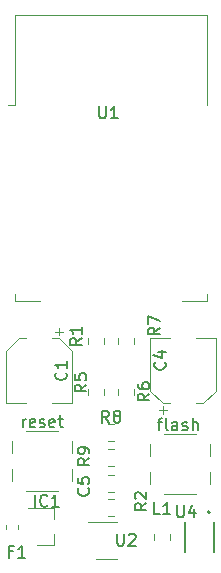
<source format=gbr>
G04 #@! TF.GenerationSoftware,KiCad,Pcbnew,(5.0.0)*
G04 #@! TF.CreationDate,2019-07-27T01:42:12+02:00*
G04 #@! TF.ProjectId,v3,76332E6B696361645F70636200000000,rev?*
G04 #@! TF.SameCoordinates,Original*
G04 #@! TF.FileFunction,Legend,Top*
G04 #@! TF.FilePolarity,Positive*
%FSLAX46Y46*%
G04 Gerber Fmt 4.6, Leading zero omitted, Abs format (unit mm)*
G04 Created by KiCad (PCBNEW (5.0.0)) date 07/27/19 01:42:12*
%MOMM*%
%LPD*%
G01*
G04 APERTURE LIST*
%ADD10C,0.120000*%
%ADD11C,0.127000*%
%ADD12C,0.200000*%
%ADD13C,0.150000*%
G04 APERTURE END LIST*
D10*
G04 #@! TO.C,C1*
X143348500Y-69966500D02*
X142723500Y-69966500D01*
X143036000Y-69654000D02*
X143036000Y-70279000D01*
X139655437Y-70519000D02*
X138591000Y-71583437D01*
X143046563Y-70519000D02*
X144111000Y-71583437D01*
X143046563Y-70519000D02*
X142411000Y-70519000D01*
X139655437Y-70519000D02*
X140291000Y-70519000D01*
X138591000Y-71583437D02*
X138591000Y-76039000D01*
X144111000Y-71583437D02*
X144111000Y-76039000D01*
X144111000Y-76039000D02*
X142411000Y-76039000D01*
X138591000Y-76039000D02*
X140291000Y-76039000D01*
G04 #@! TO.C,C4*
X156303000Y-70519000D02*
X154603000Y-70519000D01*
X150783000Y-70519000D02*
X152483000Y-70519000D01*
X150783000Y-74974563D02*
X150783000Y-70519000D01*
X156303000Y-74974563D02*
X156303000Y-70519000D01*
X155238563Y-76039000D02*
X154603000Y-76039000D01*
X151847437Y-76039000D02*
X152483000Y-76039000D01*
X151847437Y-76039000D02*
X150783000Y-74974563D01*
X155238563Y-76039000D02*
X156303000Y-74974563D01*
X151858000Y-76904000D02*
X151858000Y-76279000D01*
X151545500Y-76591500D02*
X152170500Y-76591500D01*
G04 #@! TO.C,C5*
X147185748Y-82094000D02*
X147708252Y-82094000D01*
X147185748Y-83514000D02*
X147708252Y-83514000D01*
G04 #@! TO.C,F1*
X139575000Y-86315733D02*
X139575000Y-86658267D01*
X138555000Y-86315733D02*
X138555000Y-86658267D01*
G04 #@! TO.C,IC1*
X142619000Y-88067000D02*
X142619000Y-87137000D01*
X142619000Y-84907000D02*
X142619000Y-85837000D01*
X142619000Y-84907000D02*
X140459000Y-84907000D01*
X142619000Y-88067000D02*
X141159000Y-88067000D01*
G04 #@! TO.C,L1*
X152475000Y-87114748D02*
X152475000Y-87637252D01*
X151055000Y-87114748D02*
X151055000Y-87637252D01*
G04 #@! TO.C,R1*
X146887000Y-70477748D02*
X146887000Y-71000252D01*
X145467000Y-70477748D02*
X145467000Y-71000252D01*
G04 #@! TO.C,R2*
X147708252Y-84126000D02*
X147185748Y-84126000D01*
X147708252Y-85546000D02*
X147185748Y-85546000D01*
G04 #@! TO.C,R5*
X146887000Y-74795748D02*
X146887000Y-75318252D01*
X145467000Y-74795748D02*
X145467000Y-75318252D01*
G04 #@! TO.C,R6*
X149427000Y-75318252D02*
X149427000Y-74795748D01*
X148007000Y-75318252D02*
X148007000Y-74795748D01*
G04 #@! TO.C,R7*
X149427000Y-70477748D02*
X149427000Y-71000252D01*
X148007000Y-70477748D02*
X148007000Y-71000252D01*
G04 #@! TO.C,R8*
X147185748Y-77776000D02*
X147708252Y-77776000D01*
X147185748Y-79196000D02*
X147708252Y-79196000D01*
G04 #@! TO.C,R9*
X147185748Y-81355000D02*
X147708252Y-81355000D01*
X147185748Y-79935000D02*
X147708252Y-79935000D01*
G04 #@! TO.C,reset*
X139055000Y-79199000D02*
X139055000Y-80224000D01*
X140230000Y-78349000D02*
X142980000Y-78349000D01*
X140230000Y-83449000D02*
X142980000Y-83449000D01*
X139055000Y-81574000D02*
X139055000Y-82599000D01*
X144155000Y-79199000D02*
X144155000Y-80224000D01*
X144155000Y-81574000D02*
X144155000Y-82599000D01*
G04 #@! TO.C,flash*
X155839000Y-81828000D02*
X155839000Y-82853000D01*
X155839000Y-79453000D02*
X155839000Y-80478000D01*
X150739000Y-81828000D02*
X150739000Y-82853000D01*
X151914000Y-83703000D02*
X154664000Y-83703000D01*
X151914000Y-78603000D02*
X154664000Y-78603000D01*
X150739000Y-79453000D02*
X150739000Y-80478000D01*
G04 #@! TO.C,U1*
X139327000Y-43125000D02*
X155567000Y-43125000D01*
X155567000Y-43125000D02*
X155567000Y-50745000D01*
X155567000Y-66745000D02*
X155567000Y-67365000D01*
X155567000Y-67365000D02*
X153447000Y-67365000D01*
X141447000Y-67365000D02*
X139327000Y-67365000D01*
X139327000Y-67365000D02*
X139327000Y-66745000D01*
X139327000Y-50745000D02*
X139327000Y-43125000D01*
X139327000Y-50745000D02*
X138717000Y-50745000D01*
G04 #@! TO.C,U2*
X146186000Y-89190000D02*
X147946000Y-89190000D01*
X147946000Y-86120000D02*
X145516000Y-86120000D01*
D11*
G04 #@! TO.C,U4*
X156190000Y-86126000D02*
X156190000Y-88626000D01*
X153690000Y-86126000D02*
X153690000Y-88626000D01*
D12*
X155860000Y-85276000D02*
G75*
G03X155860000Y-85276000I-120000J0D01*
G01*
G04 #@! TO.C,C1*
D13*
X143613142Y-73445666D02*
X143660761Y-73493285D01*
X143708380Y-73636142D01*
X143708380Y-73731380D01*
X143660761Y-73874238D01*
X143565523Y-73969476D01*
X143470285Y-74017095D01*
X143279809Y-74064714D01*
X143136952Y-74064714D01*
X142946476Y-74017095D01*
X142851238Y-73969476D01*
X142756000Y-73874238D01*
X142708380Y-73731380D01*
X142708380Y-73636142D01*
X142756000Y-73493285D01*
X142803619Y-73445666D01*
X143708380Y-72493285D02*
X143708380Y-73064714D01*
X143708380Y-72779000D02*
X142708380Y-72779000D01*
X142851238Y-72874238D01*
X142946476Y-72969476D01*
X142994095Y-73064714D01*
G04 #@! TO.C,C4*
X151995142Y-72556666D02*
X152042761Y-72604285D01*
X152090380Y-72747142D01*
X152090380Y-72842380D01*
X152042761Y-72985238D01*
X151947523Y-73080476D01*
X151852285Y-73128095D01*
X151661809Y-73175714D01*
X151518952Y-73175714D01*
X151328476Y-73128095D01*
X151233238Y-73080476D01*
X151138000Y-72985238D01*
X151090380Y-72842380D01*
X151090380Y-72747142D01*
X151138000Y-72604285D01*
X151185619Y-72556666D01*
X151423714Y-71699523D02*
X152090380Y-71699523D01*
X151042761Y-71937619D02*
X151757047Y-72175714D01*
X151757047Y-71556666D01*
G04 #@! TO.C,C5*
X145518142Y-83224666D02*
X145565761Y-83272285D01*
X145613380Y-83415142D01*
X145613380Y-83510380D01*
X145565761Y-83653238D01*
X145470523Y-83748476D01*
X145375285Y-83796095D01*
X145184809Y-83843714D01*
X145041952Y-83843714D01*
X144851476Y-83796095D01*
X144756238Y-83748476D01*
X144661000Y-83653238D01*
X144613380Y-83510380D01*
X144613380Y-83415142D01*
X144661000Y-83272285D01*
X144708619Y-83224666D01*
X144613380Y-82319904D02*
X144613380Y-82796095D01*
X145089571Y-82843714D01*
X145041952Y-82796095D01*
X144994333Y-82700857D01*
X144994333Y-82462761D01*
X145041952Y-82367523D01*
X145089571Y-82319904D01*
X145184809Y-82272285D01*
X145422904Y-82272285D01*
X145518142Y-82319904D01*
X145565761Y-82367523D01*
X145613380Y-82462761D01*
X145613380Y-82700857D01*
X145565761Y-82796095D01*
X145518142Y-82843714D01*
G04 #@! TO.C,F1*
X139112666Y-88574571D02*
X138779333Y-88574571D01*
X138779333Y-89098380D02*
X138779333Y-88098380D01*
X139255523Y-88098380D01*
X140160285Y-89098380D02*
X139588857Y-89098380D01*
X139874571Y-89098380D02*
X139874571Y-88098380D01*
X139779333Y-88241238D01*
X139684095Y-88336476D01*
X139588857Y-88384095D01*
G04 #@! TO.C,IC1*
X141009809Y-84780380D02*
X141009809Y-83780380D01*
X142057428Y-84685142D02*
X142009809Y-84732761D01*
X141866952Y-84780380D01*
X141771714Y-84780380D01*
X141628857Y-84732761D01*
X141533619Y-84637523D01*
X141486000Y-84542285D01*
X141438380Y-84351809D01*
X141438380Y-84208952D01*
X141486000Y-84018476D01*
X141533619Y-83923238D01*
X141628857Y-83828000D01*
X141771714Y-83780380D01*
X141866952Y-83780380D01*
X142009809Y-83828000D01*
X142057428Y-83875619D01*
X143009809Y-84780380D02*
X142438380Y-84780380D01*
X142724095Y-84780380D02*
X142724095Y-83780380D01*
X142628857Y-83923238D01*
X142533619Y-84018476D01*
X142438380Y-84066095D01*
G04 #@! TO.C,L1*
X151598333Y-85415380D02*
X151122142Y-85415380D01*
X151122142Y-84415380D01*
X152455476Y-85415380D02*
X151884047Y-85415380D01*
X152169761Y-85415380D02*
X152169761Y-84415380D01*
X152074523Y-84558238D01*
X151979285Y-84653476D01*
X151884047Y-84701095D01*
G04 #@! TO.C,R1*
X144978380Y-70524666D02*
X144502190Y-70858000D01*
X144978380Y-71096095D02*
X143978380Y-71096095D01*
X143978380Y-70715142D01*
X144026000Y-70619904D01*
X144073619Y-70572285D01*
X144168857Y-70524666D01*
X144311714Y-70524666D01*
X144406952Y-70572285D01*
X144454571Y-70619904D01*
X144502190Y-70715142D01*
X144502190Y-71096095D01*
X144978380Y-69572285D02*
X144978380Y-70143714D01*
X144978380Y-69858000D02*
X143978380Y-69858000D01*
X144121238Y-69953238D01*
X144216476Y-70048476D01*
X144264095Y-70143714D01*
G04 #@! TO.C,R2*
X150439380Y-84494666D02*
X149963190Y-84828000D01*
X150439380Y-85066095D02*
X149439380Y-85066095D01*
X149439380Y-84685142D01*
X149487000Y-84589904D01*
X149534619Y-84542285D01*
X149629857Y-84494666D01*
X149772714Y-84494666D01*
X149867952Y-84542285D01*
X149915571Y-84589904D01*
X149963190Y-84685142D01*
X149963190Y-85066095D01*
X149534619Y-84113714D02*
X149487000Y-84066095D01*
X149439380Y-83970857D01*
X149439380Y-83732761D01*
X149487000Y-83637523D01*
X149534619Y-83589904D01*
X149629857Y-83542285D01*
X149725095Y-83542285D01*
X149867952Y-83589904D01*
X150439380Y-84161333D01*
X150439380Y-83542285D01*
G04 #@! TO.C,R5*
X145359380Y-74461666D02*
X144883190Y-74795000D01*
X145359380Y-75033095D02*
X144359380Y-75033095D01*
X144359380Y-74652142D01*
X144407000Y-74556904D01*
X144454619Y-74509285D01*
X144549857Y-74461666D01*
X144692714Y-74461666D01*
X144787952Y-74509285D01*
X144835571Y-74556904D01*
X144883190Y-74652142D01*
X144883190Y-75033095D01*
X144359380Y-73556904D02*
X144359380Y-74033095D01*
X144835571Y-74080714D01*
X144787952Y-74033095D01*
X144740333Y-73937857D01*
X144740333Y-73699761D01*
X144787952Y-73604523D01*
X144835571Y-73556904D01*
X144930809Y-73509285D01*
X145168904Y-73509285D01*
X145264142Y-73556904D01*
X145311761Y-73604523D01*
X145359380Y-73699761D01*
X145359380Y-73937857D01*
X145311761Y-74033095D01*
X145264142Y-74080714D01*
G04 #@! TO.C,R6*
X150693380Y-75223666D02*
X150217190Y-75557000D01*
X150693380Y-75795095D02*
X149693380Y-75795095D01*
X149693380Y-75414142D01*
X149741000Y-75318904D01*
X149788619Y-75271285D01*
X149883857Y-75223666D01*
X150026714Y-75223666D01*
X150121952Y-75271285D01*
X150169571Y-75318904D01*
X150217190Y-75414142D01*
X150217190Y-75795095D01*
X149693380Y-74366523D02*
X149693380Y-74557000D01*
X149741000Y-74652238D01*
X149788619Y-74699857D01*
X149931476Y-74795095D01*
X150121952Y-74842714D01*
X150502904Y-74842714D01*
X150598142Y-74795095D01*
X150645761Y-74747476D01*
X150693380Y-74652238D01*
X150693380Y-74461761D01*
X150645761Y-74366523D01*
X150598142Y-74318904D01*
X150502904Y-74271285D01*
X150264809Y-74271285D01*
X150169571Y-74318904D01*
X150121952Y-74366523D01*
X150074333Y-74461761D01*
X150074333Y-74652238D01*
X150121952Y-74747476D01*
X150169571Y-74795095D01*
X150264809Y-74842714D01*
G04 #@! TO.C,R7*
X151582380Y-69635666D02*
X151106190Y-69969000D01*
X151582380Y-70207095D02*
X150582380Y-70207095D01*
X150582380Y-69826142D01*
X150630000Y-69730904D01*
X150677619Y-69683285D01*
X150772857Y-69635666D01*
X150915714Y-69635666D01*
X151010952Y-69683285D01*
X151058571Y-69730904D01*
X151106190Y-69826142D01*
X151106190Y-70207095D01*
X150582380Y-69302333D02*
X150582380Y-68635666D01*
X151582380Y-69064238D01*
G04 #@! TO.C,R8*
X147280333Y-77668380D02*
X146947000Y-77192190D01*
X146708904Y-77668380D02*
X146708904Y-76668380D01*
X147089857Y-76668380D01*
X147185095Y-76716000D01*
X147232714Y-76763619D01*
X147280333Y-76858857D01*
X147280333Y-77001714D01*
X147232714Y-77096952D01*
X147185095Y-77144571D01*
X147089857Y-77192190D01*
X146708904Y-77192190D01*
X147851761Y-77096952D02*
X147756523Y-77049333D01*
X147708904Y-77001714D01*
X147661285Y-76906476D01*
X147661285Y-76858857D01*
X147708904Y-76763619D01*
X147756523Y-76716000D01*
X147851761Y-76668380D01*
X148042238Y-76668380D01*
X148137476Y-76716000D01*
X148185095Y-76763619D01*
X148232714Y-76858857D01*
X148232714Y-76906476D01*
X148185095Y-77001714D01*
X148137476Y-77049333D01*
X148042238Y-77096952D01*
X147851761Y-77096952D01*
X147756523Y-77144571D01*
X147708904Y-77192190D01*
X147661285Y-77287428D01*
X147661285Y-77477904D01*
X147708904Y-77573142D01*
X147756523Y-77620761D01*
X147851761Y-77668380D01*
X148042238Y-77668380D01*
X148137476Y-77620761D01*
X148185095Y-77573142D01*
X148232714Y-77477904D01*
X148232714Y-77287428D01*
X148185095Y-77192190D01*
X148137476Y-77144571D01*
X148042238Y-77096952D01*
G04 #@! TO.C,R9*
X145613380Y-80684666D02*
X145137190Y-81018000D01*
X145613380Y-81256095D02*
X144613380Y-81256095D01*
X144613380Y-80875142D01*
X144661000Y-80779904D01*
X144708619Y-80732285D01*
X144803857Y-80684666D01*
X144946714Y-80684666D01*
X145041952Y-80732285D01*
X145089571Y-80779904D01*
X145137190Y-80875142D01*
X145137190Y-81256095D01*
X145613380Y-80208476D02*
X145613380Y-80018000D01*
X145565761Y-79922761D01*
X145518142Y-79875142D01*
X145375285Y-79779904D01*
X145184809Y-79732285D01*
X144803857Y-79732285D01*
X144708619Y-79779904D01*
X144661000Y-79827523D01*
X144613380Y-79922761D01*
X144613380Y-80113238D01*
X144661000Y-80208476D01*
X144708619Y-80256095D01*
X144803857Y-80303714D01*
X145041952Y-80303714D01*
X145137190Y-80256095D01*
X145184809Y-80208476D01*
X145232428Y-80113238D01*
X145232428Y-79922761D01*
X145184809Y-79827523D01*
X145137190Y-79779904D01*
X145041952Y-79732285D01*
G04 #@! TO.C,reset*
X139985952Y-78049380D02*
X139985952Y-77382714D01*
X139985952Y-77573190D02*
X140033571Y-77477952D01*
X140081190Y-77430333D01*
X140176428Y-77382714D01*
X140271666Y-77382714D01*
X140985952Y-78001761D02*
X140890714Y-78049380D01*
X140700238Y-78049380D01*
X140605000Y-78001761D01*
X140557380Y-77906523D01*
X140557380Y-77525571D01*
X140605000Y-77430333D01*
X140700238Y-77382714D01*
X140890714Y-77382714D01*
X140985952Y-77430333D01*
X141033571Y-77525571D01*
X141033571Y-77620809D01*
X140557380Y-77716047D01*
X141414523Y-78001761D02*
X141509761Y-78049380D01*
X141700238Y-78049380D01*
X141795476Y-78001761D01*
X141843095Y-77906523D01*
X141843095Y-77858904D01*
X141795476Y-77763666D01*
X141700238Y-77716047D01*
X141557380Y-77716047D01*
X141462142Y-77668428D01*
X141414523Y-77573190D01*
X141414523Y-77525571D01*
X141462142Y-77430333D01*
X141557380Y-77382714D01*
X141700238Y-77382714D01*
X141795476Y-77430333D01*
X142652619Y-78001761D02*
X142557380Y-78049380D01*
X142366904Y-78049380D01*
X142271666Y-78001761D01*
X142224047Y-77906523D01*
X142224047Y-77525571D01*
X142271666Y-77430333D01*
X142366904Y-77382714D01*
X142557380Y-77382714D01*
X142652619Y-77430333D01*
X142700238Y-77525571D01*
X142700238Y-77620809D01*
X142224047Y-77716047D01*
X142985952Y-77382714D02*
X143366904Y-77382714D01*
X143128809Y-77049380D02*
X143128809Y-77906523D01*
X143176428Y-78001761D01*
X143271666Y-78049380D01*
X143366904Y-78049380D01*
G04 #@! TO.C,flash*
X151400095Y-77636714D02*
X151781047Y-77636714D01*
X151542952Y-78303380D02*
X151542952Y-77446238D01*
X151590571Y-77351000D01*
X151685809Y-77303380D01*
X151781047Y-77303380D01*
X152257238Y-78303380D02*
X152162000Y-78255761D01*
X152114380Y-78160523D01*
X152114380Y-77303380D01*
X153066761Y-78303380D02*
X153066761Y-77779571D01*
X153019142Y-77684333D01*
X152923904Y-77636714D01*
X152733428Y-77636714D01*
X152638190Y-77684333D01*
X153066761Y-78255761D02*
X152971523Y-78303380D01*
X152733428Y-78303380D01*
X152638190Y-78255761D01*
X152590571Y-78160523D01*
X152590571Y-78065285D01*
X152638190Y-77970047D01*
X152733428Y-77922428D01*
X152971523Y-77922428D01*
X153066761Y-77874809D01*
X153495333Y-78255761D02*
X153590571Y-78303380D01*
X153781047Y-78303380D01*
X153876285Y-78255761D01*
X153923904Y-78160523D01*
X153923904Y-78112904D01*
X153876285Y-78017666D01*
X153781047Y-77970047D01*
X153638190Y-77970047D01*
X153542952Y-77922428D01*
X153495333Y-77827190D01*
X153495333Y-77779571D01*
X153542952Y-77684333D01*
X153638190Y-77636714D01*
X153781047Y-77636714D01*
X153876285Y-77684333D01*
X154352476Y-78303380D02*
X154352476Y-77303380D01*
X154781047Y-78303380D02*
X154781047Y-77779571D01*
X154733428Y-77684333D01*
X154638190Y-77636714D01*
X154495333Y-77636714D01*
X154400095Y-77684333D01*
X154352476Y-77731952D01*
G04 #@! TO.C,U1*
X146431095Y-50887380D02*
X146431095Y-51696904D01*
X146478714Y-51792142D01*
X146526333Y-51839761D01*
X146621571Y-51887380D01*
X146812047Y-51887380D01*
X146907285Y-51839761D01*
X146954904Y-51792142D01*
X147002523Y-51696904D01*
X147002523Y-50887380D01*
X148002523Y-51887380D02*
X147431095Y-51887380D01*
X147716809Y-51887380D02*
X147716809Y-50887380D01*
X147621571Y-51030238D01*
X147526333Y-51125476D01*
X147431095Y-51173095D01*
G04 #@! TO.C,U2*
X147955095Y-87082380D02*
X147955095Y-87891904D01*
X148002714Y-87987142D01*
X148050333Y-88034761D01*
X148145571Y-88082380D01*
X148336047Y-88082380D01*
X148431285Y-88034761D01*
X148478904Y-87987142D01*
X148526523Y-87891904D01*
X148526523Y-87082380D01*
X148955095Y-87177619D02*
X149002714Y-87130000D01*
X149097952Y-87082380D01*
X149336047Y-87082380D01*
X149431285Y-87130000D01*
X149478904Y-87177619D01*
X149526523Y-87272857D01*
X149526523Y-87368095D01*
X149478904Y-87510952D01*
X148907476Y-88082380D01*
X149526523Y-88082380D01*
G04 #@! TO.C,U4*
X153035095Y-84669380D02*
X153035095Y-85478904D01*
X153082714Y-85574142D01*
X153130333Y-85621761D01*
X153225571Y-85669380D01*
X153416047Y-85669380D01*
X153511285Y-85621761D01*
X153558904Y-85574142D01*
X153606523Y-85478904D01*
X153606523Y-84669380D01*
X154511285Y-85002714D02*
X154511285Y-85669380D01*
X154273190Y-84621761D02*
X154035095Y-85336047D01*
X154654142Y-85336047D01*
G04 #@! TD*
M02*

</source>
